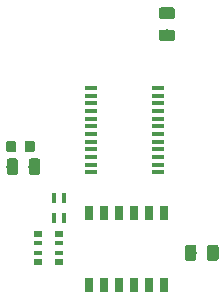
<source format=gbr>
G04 #@! TF.GenerationSoftware,KiCad,Pcbnew,5.0.0-5.0.0*
G04 #@! TF.CreationDate,2018-10-11T16:36:41-07:00*
G04 #@! TF.ProjectId,gpio-expander,6770696F2D657870616E6465722E6B69,rev?*
G04 #@! TF.SameCoordinates,Original*
G04 #@! TF.FileFunction,Paste,Top*
G04 #@! TF.FilePolarity,Positive*
%FSLAX46Y46*%
G04 Gerber Fmt 4.6, Leading zero omitted, Abs format (unit mm)*
G04 Created by KiCad (PCBNEW 5.0.0-5.0.0) date Thu Oct 11 16:36:41 2018*
%MOMM*%
%LPD*%
G01*
G04 APERTURE LIST*
%ADD10R,0.400000X0.900000*%
%ADD11R,1.100000X0.400000*%
%ADD12R,0.760000X1.250000*%
%ADD13C,0.100000*%
%ADD14C,0.975000*%
%ADD15C,0.875000*%
%ADD16R,0.800000X0.500000*%
%ADD17R,0.800000X0.400000*%
G04 APERTURE END LIST*
D10*
G04 #@! TO.C,RN1*
X140850000Y-104900000D03*
X140050000Y-104900000D03*
X140050000Y-106600000D03*
X140850000Y-106600000D03*
G04 #@! TD*
D11*
G04 #@! TO.C,U1*
X148850000Y-102750000D03*
X148850000Y-102100000D03*
X148850000Y-101450000D03*
X148850000Y-100800000D03*
X148850000Y-100150000D03*
X148850000Y-99500000D03*
X148850000Y-98850000D03*
X148850000Y-98200000D03*
X148850000Y-97550000D03*
X148850000Y-96900000D03*
X148850000Y-96250000D03*
X148850000Y-95600000D03*
X143150000Y-95600000D03*
X143150000Y-96250000D03*
X143150000Y-96900000D03*
X143150000Y-97550000D03*
X143150000Y-98200000D03*
X143150000Y-98850000D03*
X143150000Y-99500000D03*
X143150000Y-100150000D03*
X143150000Y-100800000D03*
X143150000Y-101450000D03*
X143150000Y-102100000D03*
X143150000Y-102750000D03*
G04 #@! TD*
D12*
G04 #@! TO.C,SW1*
X143020000Y-106165000D03*
X143020000Y-112315000D03*
X144290000Y-106165000D03*
X144290000Y-112315000D03*
X145560000Y-106165000D03*
X145560000Y-112315000D03*
X146830000Y-106165000D03*
X146830000Y-112315000D03*
X148100000Y-106165000D03*
X148100000Y-112315000D03*
X149370000Y-106165000D03*
X149370000Y-112315000D03*
G04 #@! TD*
D13*
G04 #@! TO.C,C4*
G36*
X150080142Y-88776174D02*
X150103803Y-88779684D01*
X150127007Y-88785496D01*
X150149529Y-88793554D01*
X150171153Y-88803782D01*
X150191670Y-88816079D01*
X150210883Y-88830329D01*
X150228607Y-88846393D01*
X150244671Y-88864117D01*
X150258921Y-88883330D01*
X150271218Y-88903847D01*
X150281446Y-88925471D01*
X150289504Y-88947993D01*
X150295316Y-88971197D01*
X150298826Y-88994858D01*
X150300000Y-89018750D01*
X150300000Y-89506250D01*
X150298826Y-89530142D01*
X150295316Y-89553803D01*
X150289504Y-89577007D01*
X150281446Y-89599529D01*
X150271218Y-89621153D01*
X150258921Y-89641670D01*
X150244671Y-89660883D01*
X150228607Y-89678607D01*
X150210883Y-89694671D01*
X150191670Y-89708921D01*
X150171153Y-89721218D01*
X150149529Y-89731446D01*
X150127007Y-89739504D01*
X150103803Y-89745316D01*
X150080142Y-89748826D01*
X150056250Y-89750000D01*
X149143750Y-89750000D01*
X149119858Y-89748826D01*
X149096197Y-89745316D01*
X149072993Y-89739504D01*
X149050471Y-89731446D01*
X149028847Y-89721218D01*
X149008330Y-89708921D01*
X148989117Y-89694671D01*
X148971393Y-89678607D01*
X148955329Y-89660883D01*
X148941079Y-89641670D01*
X148928782Y-89621153D01*
X148918554Y-89599529D01*
X148910496Y-89577007D01*
X148904684Y-89553803D01*
X148901174Y-89530142D01*
X148900000Y-89506250D01*
X148900000Y-89018750D01*
X148901174Y-88994858D01*
X148904684Y-88971197D01*
X148910496Y-88947993D01*
X148918554Y-88925471D01*
X148928782Y-88903847D01*
X148941079Y-88883330D01*
X148955329Y-88864117D01*
X148971393Y-88846393D01*
X148989117Y-88830329D01*
X149008330Y-88816079D01*
X149028847Y-88803782D01*
X149050471Y-88793554D01*
X149072993Y-88785496D01*
X149096197Y-88779684D01*
X149119858Y-88776174D01*
X149143750Y-88775000D01*
X150056250Y-88775000D01*
X150080142Y-88776174D01*
X150080142Y-88776174D01*
G37*
D14*
X149600000Y-89262500D03*
D13*
G36*
X150080142Y-90651174D02*
X150103803Y-90654684D01*
X150127007Y-90660496D01*
X150149529Y-90668554D01*
X150171153Y-90678782D01*
X150191670Y-90691079D01*
X150210883Y-90705329D01*
X150228607Y-90721393D01*
X150244671Y-90739117D01*
X150258921Y-90758330D01*
X150271218Y-90778847D01*
X150281446Y-90800471D01*
X150289504Y-90822993D01*
X150295316Y-90846197D01*
X150298826Y-90869858D01*
X150300000Y-90893750D01*
X150300000Y-91381250D01*
X150298826Y-91405142D01*
X150295316Y-91428803D01*
X150289504Y-91452007D01*
X150281446Y-91474529D01*
X150271218Y-91496153D01*
X150258921Y-91516670D01*
X150244671Y-91535883D01*
X150228607Y-91553607D01*
X150210883Y-91569671D01*
X150191670Y-91583921D01*
X150171153Y-91596218D01*
X150149529Y-91606446D01*
X150127007Y-91614504D01*
X150103803Y-91620316D01*
X150080142Y-91623826D01*
X150056250Y-91625000D01*
X149143750Y-91625000D01*
X149119858Y-91623826D01*
X149096197Y-91620316D01*
X149072993Y-91614504D01*
X149050471Y-91606446D01*
X149028847Y-91596218D01*
X149008330Y-91583921D01*
X148989117Y-91569671D01*
X148971393Y-91553607D01*
X148955329Y-91535883D01*
X148941079Y-91516670D01*
X148928782Y-91496153D01*
X148918554Y-91474529D01*
X148910496Y-91452007D01*
X148904684Y-91428803D01*
X148901174Y-91405142D01*
X148900000Y-91381250D01*
X148900000Y-90893750D01*
X148901174Y-90869858D01*
X148904684Y-90846197D01*
X148910496Y-90822993D01*
X148918554Y-90800471D01*
X148928782Y-90778847D01*
X148941079Y-90758330D01*
X148955329Y-90739117D01*
X148971393Y-90721393D01*
X148989117Y-90705329D01*
X149008330Y-90691079D01*
X149028847Y-90678782D01*
X149050471Y-90668554D01*
X149072993Y-90660496D01*
X149096197Y-90654684D01*
X149119858Y-90651174D01*
X149143750Y-90650000D01*
X150056250Y-90650000D01*
X150080142Y-90651174D01*
X150080142Y-90651174D01*
G37*
D14*
X149600000Y-91137500D03*
G04 #@! TD*
D13*
G04 #@! TO.C,C3*
G36*
X136780142Y-101551174D02*
X136803803Y-101554684D01*
X136827007Y-101560496D01*
X136849529Y-101568554D01*
X136871153Y-101578782D01*
X136891670Y-101591079D01*
X136910883Y-101605329D01*
X136928607Y-101621393D01*
X136944671Y-101639117D01*
X136958921Y-101658330D01*
X136971218Y-101678847D01*
X136981446Y-101700471D01*
X136989504Y-101722993D01*
X136995316Y-101746197D01*
X136998826Y-101769858D01*
X137000000Y-101793750D01*
X137000000Y-102706250D01*
X136998826Y-102730142D01*
X136995316Y-102753803D01*
X136989504Y-102777007D01*
X136981446Y-102799529D01*
X136971218Y-102821153D01*
X136958921Y-102841670D01*
X136944671Y-102860883D01*
X136928607Y-102878607D01*
X136910883Y-102894671D01*
X136891670Y-102908921D01*
X136871153Y-102921218D01*
X136849529Y-102931446D01*
X136827007Y-102939504D01*
X136803803Y-102945316D01*
X136780142Y-102948826D01*
X136756250Y-102950000D01*
X136268750Y-102950000D01*
X136244858Y-102948826D01*
X136221197Y-102945316D01*
X136197993Y-102939504D01*
X136175471Y-102931446D01*
X136153847Y-102921218D01*
X136133330Y-102908921D01*
X136114117Y-102894671D01*
X136096393Y-102878607D01*
X136080329Y-102860883D01*
X136066079Y-102841670D01*
X136053782Y-102821153D01*
X136043554Y-102799529D01*
X136035496Y-102777007D01*
X136029684Y-102753803D01*
X136026174Y-102730142D01*
X136025000Y-102706250D01*
X136025000Y-101793750D01*
X136026174Y-101769858D01*
X136029684Y-101746197D01*
X136035496Y-101722993D01*
X136043554Y-101700471D01*
X136053782Y-101678847D01*
X136066079Y-101658330D01*
X136080329Y-101639117D01*
X136096393Y-101621393D01*
X136114117Y-101605329D01*
X136133330Y-101591079D01*
X136153847Y-101578782D01*
X136175471Y-101568554D01*
X136197993Y-101560496D01*
X136221197Y-101554684D01*
X136244858Y-101551174D01*
X136268750Y-101550000D01*
X136756250Y-101550000D01*
X136780142Y-101551174D01*
X136780142Y-101551174D01*
G37*
D14*
X136512500Y-102250000D03*
D13*
G36*
X138655142Y-101551174D02*
X138678803Y-101554684D01*
X138702007Y-101560496D01*
X138724529Y-101568554D01*
X138746153Y-101578782D01*
X138766670Y-101591079D01*
X138785883Y-101605329D01*
X138803607Y-101621393D01*
X138819671Y-101639117D01*
X138833921Y-101658330D01*
X138846218Y-101678847D01*
X138856446Y-101700471D01*
X138864504Y-101722993D01*
X138870316Y-101746197D01*
X138873826Y-101769858D01*
X138875000Y-101793750D01*
X138875000Y-102706250D01*
X138873826Y-102730142D01*
X138870316Y-102753803D01*
X138864504Y-102777007D01*
X138856446Y-102799529D01*
X138846218Y-102821153D01*
X138833921Y-102841670D01*
X138819671Y-102860883D01*
X138803607Y-102878607D01*
X138785883Y-102894671D01*
X138766670Y-102908921D01*
X138746153Y-102921218D01*
X138724529Y-102931446D01*
X138702007Y-102939504D01*
X138678803Y-102945316D01*
X138655142Y-102948826D01*
X138631250Y-102950000D01*
X138143750Y-102950000D01*
X138119858Y-102948826D01*
X138096197Y-102945316D01*
X138072993Y-102939504D01*
X138050471Y-102931446D01*
X138028847Y-102921218D01*
X138008330Y-102908921D01*
X137989117Y-102894671D01*
X137971393Y-102878607D01*
X137955329Y-102860883D01*
X137941079Y-102841670D01*
X137928782Y-102821153D01*
X137918554Y-102799529D01*
X137910496Y-102777007D01*
X137904684Y-102753803D01*
X137901174Y-102730142D01*
X137900000Y-102706250D01*
X137900000Y-101793750D01*
X137901174Y-101769858D01*
X137904684Y-101746197D01*
X137910496Y-101722993D01*
X137918554Y-101700471D01*
X137928782Y-101678847D01*
X137941079Y-101658330D01*
X137955329Y-101639117D01*
X137971393Y-101621393D01*
X137989117Y-101605329D01*
X138008330Y-101591079D01*
X138028847Y-101578782D01*
X138050471Y-101568554D01*
X138072993Y-101560496D01*
X138096197Y-101554684D01*
X138119858Y-101551174D01*
X138143750Y-101550000D01*
X138631250Y-101550000D01*
X138655142Y-101551174D01*
X138655142Y-101551174D01*
G37*
D14*
X138387500Y-102250000D03*
G04 #@! TD*
D13*
G04 #@! TO.C,C1*
G36*
X136652691Y-100076053D02*
X136673926Y-100079203D01*
X136694750Y-100084419D01*
X136714962Y-100091651D01*
X136734368Y-100100830D01*
X136752781Y-100111866D01*
X136770024Y-100124654D01*
X136785930Y-100139070D01*
X136800346Y-100154976D01*
X136813134Y-100172219D01*
X136824170Y-100190632D01*
X136833349Y-100210038D01*
X136840581Y-100230250D01*
X136845797Y-100251074D01*
X136848947Y-100272309D01*
X136850000Y-100293750D01*
X136850000Y-100806250D01*
X136848947Y-100827691D01*
X136845797Y-100848926D01*
X136840581Y-100869750D01*
X136833349Y-100889962D01*
X136824170Y-100909368D01*
X136813134Y-100927781D01*
X136800346Y-100945024D01*
X136785930Y-100960930D01*
X136770024Y-100975346D01*
X136752781Y-100988134D01*
X136734368Y-100999170D01*
X136714962Y-101008349D01*
X136694750Y-101015581D01*
X136673926Y-101020797D01*
X136652691Y-101023947D01*
X136631250Y-101025000D01*
X136193750Y-101025000D01*
X136172309Y-101023947D01*
X136151074Y-101020797D01*
X136130250Y-101015581D01*
X136110038Y-101008349D01*
X136090632Y-100999170D01*
X136072219Y-100988134D01*
X136054976Y-100975346D01*
X136039070Y-100960930D01*
X136024654Y-100945024D01*
X136011866Y-100927781D01*
X136000830Y-100909368D01*
X135991651Y-100889962D01*
X135984419Y-100869750D01*
X135979203Y-100848926D01*
X135976053Y-100827691D01*
X135975000Y-100806250D01*
X135975000Y-100293750D01*
X135976053Y-100272309D01*
X135979203Y-100251074D01*
X135984419Y-100230250D01*
X135991651Y-100210038D01*
X136000830Y-100190632D01*
X136011866Y-100172219D01*
X136024654Y-100154976D01*
X136039070Y-100139070D01*
X136054976Y-100124654D01*
X136072219Y-100111866D01*
X136090632Y-100100830D01*
X136110038Y-100091651D01*
X136130250Y-100084419D01*
X136151074Y-100079203D01*
X136172309Y-100076053D01*
X136193750Y-100075000D01*
X136631250Y-100075000D01*
X136652691Y-100076053D01*
X136652691Y-100076053D01*
G37*
D15*
X136412500Y-100550000D03*
D13*
G36*
X138227691Y-100076053D02*
X138248926Y-100079203D01*
X138269750Y-100084419D01*
X138289962Y-100091651D01*
X138309368Y-100100830D01*
X138327781Y-100111866D01*
X138345024Y-100124654D01*
X138360930Y-100139070D01*
X138375346Y-100154976D01*
X138388134Y-100172219D01*
X138399170Y-100190632D01*
X138408349Y-100210038D01*
X138415581Y-100230250D01*
X138420797Y-100251074D01*
X138423947Y-100272309D01*
X138425000Y-100293750D01*
X138425000Y-100806250D01*
X138423947Y-100827691D01*
X138420797Y-100848926D01*
X138415581Y-100869750D01*
X138408349Y-100889962D01*
X138399170Y-100909368D01*
X138388134Y-100927781D01*
X138375346Y-100945024D01*
X138360930Y-100960930D01*
X138345024Y-100975346D01*
X138327781Y-100988134D01*
X138309368Y-100999170D01*
X138289962Y-101008349D01*
X138269750Y-101015581D01*
X138248926Y-101020797D01*
X138227691Y-101023947D01*
X138206250Y-101025000D01*
X137768750Y-101025000D01*
X137747309Y-101023947D01*
X137726074Y-101020797D01*
X137705250Y-101015581D01*
X137685038Y-101008349D01*
X137665632Y-100999170D01*
X137647219Y-100988134D01*
X137629976Y-100975346D01*
X137614070Y-100960930D01*
X137599654Y-100945024D01*
X137586866Y-100927781D01*
X137575830Y-100909368D01*
X137566651Y-100889962D01*
X137559419Y-100869750D01*
X137554203Y-100848926D01*
X137551053Y-100827691D01*
X137550000Y-100806250D01*
X137550000Y-100293750D01*
X137551053Y-100272309D01*
X137554203Y-100251074D01*
X137559419Y-100230250D01*
X137566651Y-100210038D01*
X137575830Y-100190632D01*
X137586866Y-100172219D01*
X137599654Y-100154976D01*
X137614070Y-100139070D01*
X137629976Y-100124654D01*
X137647219Y-100111866D01*
X137665632Y-100100830D01*
X137685038Y-100091651D01*
X137705250Y-100084419D01*
X137726074Y-100079203D01*
X137747309Y-100076053D01*
X137768750Y-100075000D01*
X138206250Y-100075000D01*
X138227691Y-100076053D01*
X138227691Y-100076053D01*
G37*
D15*
X137987500Y-100550000D03*
G04 #@! TD*
D13*
G04 #@! TO.C,C2*
G36*
X153755142Y-108851174D02*
X153778803Y-108854684D01*
X153802007Y-108860496D01*
X153824529Y-108868554D01*
X153846153Y-108878782D01*
X153866670Y-108891079D01*
X153885883Y-108905329D01*
X153903607Y-108921393D01*
X153919671Y-108939117D01*
X153933921Y-108958330D01*
X153946218Y-108978847D01*
X153956446Y-109000471D01*
X153964504Y-109022993D01*
X153970316Y-109046197D01*
X153973826Y-109069858D01*
X153975000Y-109093750D01*
X153975000Y-110006250D01*
X153973826Y-110030142D01*
X153970316Y-110053803D01*
X153964504Y-110077007D01*
X153956446Y-110099529D01*
X153946218Y-110121153D01*
X153933921Y-110141670D01*
X153919671Y-110160883D01*
X153903607Y-110178607D01*
X153885883Y-110194671D01*
X153866670Y-110208921D01*
X153846153Y-110221218D01*
X153824529Y-110231446D01*
X153802007Y-110239504D01*
X153778803Y-110245316D01*
X153755142Y-110248826D01*
X153731250Y-110250000D01*
X153243750Y-110250000D01*
X153219858Y-110248826D01*
X153196197Y-110245316D01*
X153172993Y-110239504D01*
X153150471Y-110231446D01*
X153128847Y-110221218D01*
X153108330Y-110208921D01*
X153089117Y-110194671D01*
X153071393Y-110178607D01*
X153055329Y-110160883D01*
X153041079Y-110141670D01*
X153028782Y-110121153D01*
X153018554Y-110099529D01*
X153010496Y-110077007D01*
X153004684Y-110053803D01*
X153001174Y-110030142D01*
X153000000Y-110006250D01*
X153000000Y-109093750D01*
X153001174Y-109069858D01*
X153004684Y-109046197D01*
X153010496Y-109022993D01*
X153018554Y-109000471D01*
X153028782Y-108978847D01*
X153041079Y-108958330D01*
X153055329Y-108939117D01*
X153071393Y-108921393D01*
X153089117Y-108905329D01*
X153108330Y-108891079D01*
X153128847Y-108878782D01*
X153150471Y-108868554D01*
X153172993Y-108860496D01*
X153196197Y-108854684D01*
X153219858Y-108851174D01*
X153243750Y-108850000D01*
X153731250Y-108850000D01*
X153755142Y-108851174D01*
X153755142Y-108851174D01*
G37*
D14*
X153487500Y-109550000D03*
D13*
G36*
X151880142Y-108851174D02*
X151903803Y-108854684D01*
X151927007Y-108860496D01*
X151949529Y-108868554D01*
X151971153Y-108878782D01*
X151991670Y-108891079D01*
X152010883Y-108905329D01*
X152028607Y-108921393D01*
X152044671Y-108939117D01*
X152058921Y-108958330D01*
X152071218Y-108978847D01*
X152081446Y-109000471D01*
X152089504Y-109022993D01*
X152095316Y-109046197D01*
X152098826Y-109069858D01*
X152100000Y-109093750D01*
X152100000Y-110006250D01*
X152098826Y-110030142D01*
X152095316Y-110053803D01*
X152089504Y-110077007D01*
X152081446Y-110099529D01*
X152071218Y-110121153D01*
X152058921Y-110141670D01*
X152044671Y-110160883D01*
X152028607Y-110178607D01*
X152010883Y-110194671D01*
X151991670Y-110208921D01*
X151971153Y-110221218D01*
X151949529Y-110231446D01*
X151927007Y-110239504D01*
X151903803Y-110245316D01*
X151880142Y-110248826D01*
X151856250Y-110250000D01*
X151368750Y-110250000D01*
X151344858Y-110248826D01*
X151321197Y-110245316D01*
X151297993Y-110239504D01*
X151275471Y-110231446D01*
X151253847Y-110221218D01*
X151233330Y-110208921D01*
X151214117Y-110194671D01*
X151196393Y-110178607D01*
X151180329Y-110160883D01*
X151166079Y-110141670D01*
X151153782Y-110121153D01*
X151143554Y-110099529D01*
X151135496Y-110077007D01*
X151129684Y-110053803D01*
X151126174Y-110030142D01*
X151125000Y-110006250D01*
X151125000Y-109093750D01*
X151126174Y-109069858D01*
X151129684Y-109046197D01*
X151135496Y-109022993D01*
X151143554Y-109000471D01*
X151153782Y-108978847D01*
X151166079Y-108958330D01*
X151180329Y-108939117D01*
X151196393Y-108921393D01*
X151214117Y-108905329D01*
X151233330Y-108891079D01*
X151253847Y-108878782D01*
X151275471Y-108868554D01*
X151297993Y-108860496D01*
X151321197Y-108854684D01*
X151344858Y-108851174D01*
X151368750Y-108850000D01*
X151856250Y-108850000D01*
X151880142Y-108851174D01*
X151880142Y-108851174D01*
G37*
D14*
X151612500Y-109550000D03*
G04 #@! TD*
D16*
G04 #@! TO.C,RN2*
X138700000Y-107950000D03*
D17*
X138700000Y-108750000D03*
D16*
X138700000Y-110350000D03*
D17*
X138700000Y-109550000D03*
D16*
X140500000Y-107950000D03*
D17*
X140500000Y-109550000D03*
X140500000Y-108750000D03*
D16*
X140500000Y-110350000D03*
G04 #@! TD*
M02*

</source>
